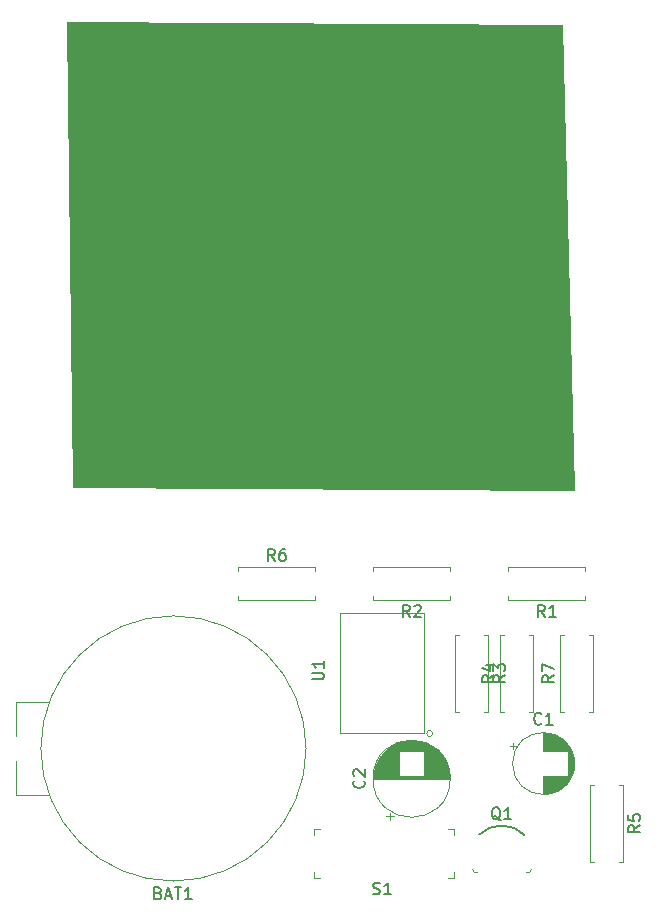
<source format=gto>
%TF.GenerationSoftware,KiCad,Pcbnew,(5.1.6)-1*%
%TF.CreationDate,2020-09-04T19:50:29+05:30*%
%TF.ProjectId,555_badge,3535355f-6261-4646-9765-2e6b69636164,v01*%
%TF.SameCoordinates,Original*%
%TF.FileFunction,Legend,Top*%
%TF.FilePolarity,Positive*%
%FSLAX46Y46*%
G04 Gerber Fmt 4.6, Leading zero omitted, Abs format (unit mm)*
G04 Created by KiCad (PCBNEW (5.1.6)-1) date 2020-09-04 19:50:29*
%MOMM*%
%LPD*%
G01*
G04 APERTURE LIST*
%ADD10C,0.100000*%
%ADD11C,0.120000*%
%ADD12C,0.150000*%
%ADD13C,0.000102*%
%ADD14C,0.000203*%
G04 APERTURE END LIST*
D10*
G36*
X175260000Y-53086000D02*
G01*
X176276000Y-92456000D01*
X133858000Y-92202000D01*
X133350000Y-52832000D01*
X175260000Y-53086000D01*
G37*
X175260000Y-53086000D02*
X176276000Y-92456000D01*
X133858000Y-92202000D01*
X133350000Y-52832000D01*
X175260000Y-53086000D01*
%TO.C,BAT1*%
X129082800Y-110388400D02*
X129082800Y-113233200D01*
X129082800Y-118211600D02*
X129082800Y-115366800D01*
X131826000Y-110388400D02*
X129082800Y-110388400D01*
X131826000Y-118211600D02*
X129082800Y-118211600D01*
X153619200Y-114300000D02*
G75*
G03*
X153619200Y-114300000I-11226800J0D01*
G01*
D11*
%TO.C,C1*%
X176340000Y-115570000D02*
G75*
G03*
X176340000Y-115570000I-2620000J0D01*
G01*
X173720000Y-116610000D02*
X173720000Y-118150000D01*
X173720000Y-112990000D02*
X173720000Y-114530000D01*
X173760000Y-116610000D02*
X173760000Y-118150000D01*
X173760000Y-112990000D02*
X173760000Y-114530000D01*
X173800000Y-112991000D02*
X173800000Y-114530000D01*
X173800000Y-116610000D02*
X173800000Y-118149000D01*
X173840000Y-112992000D02*
X173840000Y-114530000D01*
X173840000Y-116610000D02*
X173840000Y-118148000D01*
X173880000Y-112994000D02*
X173880000Y-114530000D01*
X173880000Y-116610000D02*
X173880000Y-118146000D01*
X173920000Y-112997000D02*
X173920000Y-114530000D01*
X173920000Y-116610000D02*
X173920000Y-118143000D01*
X173960000Y-113001000D02*
X173960000Y-114530000D01*
X173960000Y-116610000D02*
X173960000Y-118139000D01*
X174000000Y-113005000D02*
X174000000Y-114530000D01*
X174000000Y-116610000D02*
X174000000Y-118135000D01*
X174040000Y-113009000D02*
X174040000Y-114530000D01*
X174040000Y-116610000D02*
X174040000Y-118131000D01*
X174080000Y-113014000D02*
X174080000Y-114530000D01*
X174080000Y-116610000D02*
X174080000Y-118126000D01*
X174120000Y-113020000D02*
X174120000Y-114530000D01*
X174120000Y-116610000D02*
X174120000Y-118120000D01*
X174160000Y-113027000D02*
X174160000Y-114530000D01*
X174160000Y-116610000D02*
X174160000Y-118113000D01*
X174200000Y-113034000D02*
X174200000Y-114530000D01*
X174200000Y-116610000D02*
X174200000Y-118106000D01*
X174240000Y-113042000D02*
X174240000Y-114530000D01*
X174240000Y-116610000D02*
X174240000Y-118098000D01*
X174280000Y-113050000D02*
X174280000Y-114530000D01*
X174280000Y-116610000D02*
X174280000Y-118090000D01*
X174320000Y-113059000D02*
X174320000Y-114530000D01*
X174320000Y-116610000D02*
X174320000Y-118081000D01*
X174360000Y-113069000D02*
X174360000Y-114530000D01*
X174360000Y-116610000D02*
X174360000Y-118071000D01*
X174400000Y-113079000D02*
X174400000Y-114530000D01*
X174400000Y-116610000D02*
X174400000Y-118061000D01*
X174441000Y-113090000D02*
X174441000Y-114530000D01*
X174441000Y-116610000D02*
X174441000Y-118050000D01*
X174481000Y-113102000D02*
X174481000Y-114530000D01*
X174481000Y-116610000D02*
X174481000Y-118038000D01*
X174521000Y-113115000D02*
X174521000Y-114530000D01*
X174521000Y-116610000D02*
X174521000Y-118025000D01*
X174561000Y-113128000D02*
X174561000Y-114530000D01*
X174561000Y-116610000D02*
X174561000Y-118012000D01*
X174601000Y-113142000D02*
X174601000Y-114530000D01*
X174601000Y-116610000D02*
X174601000Y-117998000D01*
X174641000Y-113156000D02*
X174641000Y-114530000D01*
X174641000Y-116610000D02*
X174641000Y-117984000D01*
X174681000Y-113172000D02*
X174681000Y-114530000D01*
X174681000Y-116610000D02*
X174681000Y-117968000D01*
X174721000Y-113188000D02*
X174721000Y-114530000D01*
X174721000Y-116610000D02*
X174721000Y-117952000D01*
X174761000Y-113205000D02*
X174761000Y-114530000D01*
X174761000Y-116610000D02*
X174761000Y-117935000D01*
X174801000Y-113222000D02*
X174801000Y-114530000D01*
X174801000Y-116610000D02*
X174801000Y-117918000D01*
X174841000Y-113241000D02*
X174841000Y-114530000D01*
X174841000Y-116610000D02*
X174841000Y-117899000D01*
X174881000Y-113260000D02*
X174881000Y-114530000D01*
X174881000Y-116610000D02*
X174881000Y-117880000D01*
X174921000Y-113280000D02*
X174921000Y-114530000D01*
X174921000Y-116610000D02*
X174921000Y-117860000D01*
X174961000Y-113302000D02*
X174961000Y-114530000D01*
X174961000Y-116610000D02*
X174961000Y-117838000D01*
X175001000Y-113323000D02*
X175001000Y-114530000D01*
X175001000Y-116610000D02*
X175001000Y-117817000D01*
X175041000Y-113346000D02*
X175041000Y-114530000D01*
X175041000Y-116610000D02*
X175041000Y-117794000D01*
X175081000Y-113370000D02*
X175081000Y-114530000D01*
X175081000Y-116610000D02*
X175081000Y-117770000D01*
X175121000Y-113395000D02*
X175121000Y-114530000D01*
X175121000Y-116610000D02*
X175121000Y-117745000D01*
X175161000Y-113421000D02*
X175161000Y-114530000D01*
X175161000Y-116610000D02*
X175161000Y-117719000D01*
X175201000Y-113448000D02*
X175201000Y-114530000D01*
X175201000Y-116610000D02*
X175201000Y-117692000D01*
X175241000Y-113475000D02*
X175241000Y-114530000D01*
X175241000Y-116610000D02*
X175241000Y-117665000D01*
X175281000Y-113505000D02*
X175281000Y-114530000D01*
X175281000Y-116610000D02*
X175281000Y-117635000D01*
X175321000Y-113535000D02*
X175321000Y-114530000D01*
X175321000Y-116610000D02*
X175321000Y-117605000D01*
X175361000Y-113566000D02*
X175361000Y-114530000D01*
X175361000Y-116610000D02*
X175361000Y-117574000D01*
X175401000Y-113599000D02*
X175401000Y-114530000D01*
X175401000Y-116610000D02*
X175401000Y-117541000D01*
X175441000Y-113633000D02*
X175441000Y-114530000D01*
X175441000Y-116610000D02*
X175441000Y-117507000D01*
X175481000Y-113669000D02*
X175481000Y-114530000D01*
X175481000Y-116610000D02*
X175481000Y-117471000D01*
X175521000Y-113706000D02*
X175521000Y-114530000D01*
X175521000Y-116610000D02*
X175521000Y-117434000D01*
X175561000Y-113744000D02*
X175561000Y-114530000D01*
X175561000Y-116610000D02*
X175561000Y-117396000D01*
X175601000Y-113785000D02*
X175601000Y-114530000D01*
X175601000Y-116610000D02*
X175601000Y-117355000D01*
X175641000Y-113827000D02*
X175641000Y-114530000D01*
X175641000Y-116610000D02*
X175641000Y-117313000D01*
X175681000Y-113871000D02*
X175681000Y-114530000D01*
X175681000Y-116610000D02*
X175681000Y-117269000D01*
X175721000Y-113917000D02*
X175721000Y-114530000D01*
X175721000Y-116610000D02*
X175721000Y-117223000D01*
X175761000Y-113965000D02*
X175761000Y-117175000D01*
X175801000Y-114016000D02*
X175801000Y-117124000D01*
X175841000Y-114070000D02*
X175841000Y-117070000D01*
X175881000Y-114127000D02*
X175881000Y-117013000D01*
X175921000Y-114187000D02*
X175921000Y-116953000D01*
X175961000Y-114251000D02*
X175961000Y-116889000D01*
X176001000Y-114319000D02*
X176001000Y-116821000D01*
X176041000Y-114392000D02*
X176041000Y-116748000D01*
X176081000Y-114472000D02*
X176081000Y-116668000D01*
X176121000Y-114559000D02*
X176121000Y-116581000D01*
X176161000Y-114655000D02*
X176161000Y-116485000D01*
X176201000Y-114765000D02*
X176201000Y-116375000D01*
X176241000Y-114893000D02*
X176241000Y-116247000D01*
X176281000Y-115052000D02*
X176281000Y-116088000D01*
X176321000Y-115286000D02*
X176321000Y-115854000D01*
X170915225Y-114095000D02*
X171415225Y-114095000D01*
X171165225Y-113845000D02*
X171165225Y-114345000D01*
%TO.C,C2*%
X165830000Y-116860000D02*
G75*
G03*
X165830000Y-116860000I-3270000J0D01*
G01*
X159330000Y-116860000D02*
X165790000Y-116860000D01*
X159330000Y-116820000D02*
X165790000Y-116820000D01*
X159330000Y-116780000D02*
X165790000Y-116780000D01*
X159332000Y-116740000D02*
X165788000Y-116740000D01*
X159333000Y-116700000D02*
X165787000Y-116700000D01*
X159336000Y-116660000D02*
X165784000Y-116660000D01*
X159338000Y-116620000D02*
X161520000Y-116620000D01*
X163600000Y-116620000D02*
X165782000Y-116620000D01*
X159342000Y-116580000D02*
X161520000Y-116580000D01*
X163600000Y-116580000D02*
X165778000Y-116580000D01*
X159345000Y-116540000D02*
X161520000Y-116540000D01*
X163600000Y-116540000D02*
X165775000Y-116540000D01*
X159349000Y-116500000D02*
X161520000Y-116500000D01*
X163600000Y-116500000D02*
X165771000Y-116500000D01*
X159354000Y-116460000D02*
X161520000Y-116460000D01*
X163600000Y-116460000D02*
X165766000Y-116460000D01*
X159359000Y-116420000D02*
X161520000Y-116420000D01*
X163600000Y-116420000D02*
X165761000Y-116420000D01*
X159365000Y-116380000D02*
X161520000Y-116380000D01*
X163600000Y-116380000D02*
X165755000Y-116380000D01*
X159371000Y-116340000D02*
X161520000Y-116340000D01*
X163600000Y-116340000D02*
X165749000Y-116340000D01*
X159378000Y-116300000D02*
X161520000Y-116300000D01*
X163600000Y-116300000D02*
X165742000Y-116300000D01*
X159385000Y-116260000D02*
X161520000Y-116260000D01*
X163600000Y-116260000D02*
X165735000Y-116260000D01*
X159393000Y-116220000D02*
X161520000Y-116220000D01*
X163600000Y-116220000D02*
X165727000Y-116220000D01*
X159401000Y-116180000D02*
X161520000Y-116180000D01*
X163600000Y-116180000D02*
X165719000Y-116180000D01*
X159410000Y-116139000D02*
X161520000Y-116139000D01*
X163600000Y-116139000D02*
X165710000Y-116139000D01*
X159419000Y-116099000D02*
X161520000Y-116099000D01*
X163600000Y-116099000D02*
X165701000Y-116099000D01*
X159429000Y-116059000D02*
X161520000Y-116059000D01*
X163600000Y-116059000D02*
X165691000Y-116059000D01*
X159439000Y-116019000D02*
X161520000Y-116019000D01*
X163600000Y-116019000D02*
X165681000Y-116019000D01*
X159450000Y-115979000D02*
X161520000Y-115979000D01*
X163600000Y-115979000D02*
X165670000Y-115979000D01*
X159462000Y-115939000D02*
X161520000Y-115939000D01*
X163600000Y-115939000D02*
X165658000Y-115939000D01*
X159474000Y-115899000D02*
X161520000Y-115899000D01*
X163600000Y-115899000D02*
X165646000Y-115899000D01*
X159486000Y-115859000D02*
X161520000Y-115859000D01*
X163600000Y-115859000D02*
X165634000Y-115859000D01*
X159499000Y-115819000D02*
X161520000Y-115819000D01*
X163600000Y-115819000D02*
X165621000Y-115819000D01*
X159513000Y-115779000D02*
X161520000Y-115779000D01*
X163600000Y-115779000D02*
X165607000Y-115779000D01*
X159527000Y-115739000D02*
X161520000Y-115739000D01*
X163600000Y-115739000D02*
X165593000Y-115739000D01*
X159542000Y-115699000D02*
X161520000Y-115699000D01*
X163600000Y-115699000D02*
X165578000Y-115699000D01*
X159558000Y-115659000D02*
X161520000Y-115659000D01*
X163600000Y-115659000D02*
X165562000Y-115659000D01*
X159574000Y-115619000D02*
X161520000Y-115619000D01*
X163600000Y-115619000D02*
X165546000Y-115619000D01*
X159590000Y-115579000D02*
X161520000Y-115579000D01*
X163600000Y-115579000D02*
X165530000Y-115579000D01*
X159608000Y-115539000D02*
X161520000Y-115539000D01*
X163600000Y-115539000D02*
X165512000Y-115539000D01*
X159626000Y-115499000D02*
X161520000Y-115499000D01*
X163600000Y-115499000D02*
X165494000Y-115499000D01*
X159644000Y-115459000D02*
X161520000Y-115459000D01*
X163600000Y-115459000D02*
X165476000Y-115459000D01*
X159664000Y-115419000D02*
X161520000Y-115419000D01*
X163600000Y-115419000D02*
X165456000Y-115419000D01*
X159684000Y-115379000D02*
X161520000Y-115379000D01*
X163600000Y-115379000D02*
X165436000Y-115379000D01*
X159704000Y-115339000D02*
X161520000Y-115339000D01*
X163600000Y-115339000D02*
X165416000Y-115339000D01*
X159726000Y-115299000D02*
X161520000Y-115299000D01*
X163600000Y-115299000D02*
X165394000Y-115299000D01*
X159748000Y-115259000D02*
X161520000Y-115259000D01*
X163600000Y-115259000D02*
X165372000Y-115259000D01*
X159770000Y-115219000D02*
X161520000Y-115219000D01*
X163600000Y-115219000D02*
X165350000Y-115219000D01*
X159794000Y-115179000D02*
X161520000Y-115179000D01*
X163600000Y-115179000D02*
X165326000Y-115179000D01*
X159818000Y-115139000D02*
X161520000Y-115139000D01*
X163600000Y-115139000D02*
X165302000Y-115139000D01*
X159844000Y-115099000D02*
X161520000Y-115099000D01*
X163600000Y-115099000D02*
X165276000Y-115099000D01*
X159870000Y-115059000D02*
X161520000Y-115059000D01*
X163600000Y-115059000D02*
X165250000Y-115059000D01*
X159896000Y-115019000D02*
X161520000Y-115019000D01*
X163600000Y-115019000D02*
X165224000Y-115019000D01*
X159924000Y-114979000D02*
X161520000Y-114979000D01*
X163600000Y-114979000D02*
X165196000Y-114979000D01*
X159953000Y-114939000D02*
X161520000Y-114939000D01*
X163600000Y-114939000D02*
X165167000Y-114939000D01*
X159982000Y-114899000D02*
X161520000Y-114899000D01*
X163600000Y-114899000D02*
X165138000Y-114899000D01*
X160012000Y-114859000D02*
X161520000Y-114859000D01*
X163600000Y-114859000D02*
X165108000Y-114859000D01*
X160044000Y-114819000D02*
X161520000Y-114819000D01*
X163600000Y-114819000D02*
X165076000Y-114819000D01*
X160076000Y-114779000D02*
X161520000Y-114779000D01*
X163600000Y-114779000D02*
X165044000Y-114779000D01*
X160110000Y-114739000D02*
X161520000Y-114739000D01*
X163600000Y-114739000D02*
X165010000Y-114739000D01*
X160144000Y-114699000D02*
X161520000Y-114699000D01*
X163600000Y-114699000D02*
X164976000Y-114699000D01*
X160180000Y-114659000D02*
X161520000Y-114659000D01*
X163600000Y-114659000D02*
X164940000Y-114659000D01*
X160217000Y-114619000D02*
X161520000Y-114619000D01*
X163600000Y-114619000D02*
X164903000Y-114619000D01*
X160255000Y-114579000D02*
X161520000Y-114579000D01*
X163600000Y-114579000D02*
X164865000Y-114579000D01*
X160295000Y-114539000D02*
X164825000Y-114539000D01*
X160336000Y-114499000D02*
X164784000Y-114499000D01*
X160378000Y-114459000D02*
X164742000Y-114459000D01*
X160423000Y-114419000D02*
X164697000Y-114419000D01*
X160468000Y-114379000D02*
X164652000Y-114379000D01*
X160516000Y-114339000D02*
X164604000Y-114339000D01*
X160565000Y-114299000D02*
X164555000Y-114299000D01*
X160616000Y-114259000D02*
X164504000Y-114259000D01*
X160670000Y-114219000D02*
X164450000Y-114219000D01*
X160726000Y-114179000D02*
X164394000Y-114179000D01*
X160784000Y-114139000D02*
X164336000Y-114139000D01*
X160846000Y-114099000D02*
X164274000Y-114099000D01*
X160910000Y-114059000D02*
X164210000Y-114059000D01*
X160979000Y-114019000D02*
X164141000Y-114019000D01*
X161051000Y-113979000D02*
X164069000Y-113979000D01*
X161128000Y-113939000D02*
X163992000Y-113939000D01*
X161210000Y-113899000D02*
X163910000Y-113899000D01*
X161298000Y-113859000D02*
X163822000Y-113859000D01*
X161395000Y-113819000D02*
X163725000Y-113819000D01*
X161501000Y-113779000D02*
X163619000Y-113779000D01*
X161620000Y-113739000D02*
X163500000Y-113739000D01*
X161758000Y-113699000D02*
X163362000Y-113699000D01*
X161927000Y-113659000D02*
X163193000Y-113659000D01*
X162158000Y-113619000D02*
X162962000Y-113619000D01*
X160721000Y-120360241D02*
X160721000Y-119730241D01*
X160406000Y-120045241D02*
X161036000Y-120045241D01*
D10*
%TO.C,D1*%
X142160000Y-64440000D02*
X142410000Y-64440000D01*
X144860000Y-64440000D02*
X144610000Y-64440000D01*
X145360000Y-67040000D02*
G75*
G02*
X144510000Y-67890000I-1850000J1000000D01*
G01*
X142510000Y-67890000D02*
G75*
G02*
X141660000Y-67040000I1000000J1850000D01*
G01*
X144866147Y-64432715D02*
G75*
G02*
X145360000Y-65040000I-1356147J-1607285D01*
G01*
X141668385Y-65044533D02*
G75*
G02*
X142160000Y-64440000I1841615J-995467D01*
G01*
%TO.C,D2*%
X166450000Y-64440000D02*
X166200000Y-64440000D01*
X163750000Y-64440000D02*
X164000000Y-64440000D01*
X163258385Y-65044533D02*
G75*
G02*
X163750000Y-64440000I1841615J-995467D01*
G01*
X166456147Y-64432715D02*
G75*
G02*
X166950000Y-65040000I-1356147J-1607285D01*
G01*
X164100000Y-67890000D02*
G75*
G02*
X163250000Y-67040000I1000000J1850000D01*
G01*
X166950000Y-67040000D02*
G75*
G02*
X166100000Y-67890000I-1850000J1000000D01*
G01*
%TO.C,Q1*%
X172530000Y-124790000D02*
X172680000Y-124490000D01*
X172530000Y-124790000D02*
X172230000Y-124790000D01*
X168130000Y-124790000D02*
X167830000Y-124790000D01*
X167830000Y-124790000D02*
X167680000Y-124490000D01*
D12*
X172130000Y-121640000D02*
G75*
G03*
X168280000Y-121590000I-1950000J-1900000D01*
G01*
D11*
%TO.C,R1*%
X177260000Y-101370000D02*
X177260000Y-101700000D01*
X177260000Y-101700000D02*
X170720000Y-101700000D01*
X170720000Y-101700000D02*
X170720000Y-101370000D01*
X177260000Y-99290000D02*
X177260000Y-98960000D01*
X177260000Y-98960000D02*
X170720000Y-98960000D01*
X170720000Y-98960000D02*
X170720000Y-99290000D01*
%TO.C,R2*%
X159290000Y-98960000D02*
X159290000Y-99290000D01*
X165830000Y-98960000D02*
X159290000Y-98960000D01*
X165830000Y-99290000D02*
X165830000Y-98960000D01*
X159290000Y-101700000D02*
X159290000Y-101370000D01*
X165830000Y-101700000D02*
X159290000Y-101700000D01*
X165830000Y-101370000D02*
X165830000Y-101700000D01*
%TO.C,R3*%
X166270000Y-111220000D02*
X166600000Y-111220000D01*
X166270000Y-104680000D02*
X166270000Y-111220000D01*
X166600000Y-104680000D02*
X166270000Y-104680000D01*
X169010000Y-111220000D02*
X168680000Y-111220000D01*
X169010000Y-104680000D02*
X169010000Y-111220000D01*
X168680000Y-104680000D02*
X169010000Y-104680000D01*
%TO.C,R4*%
X170410000Y-111220000D02*
X170080000Y-111220000D01*
X170080000Y-111220000D02*
X170080000Y-104680000D01*
X170080000Y-104680000D02*
X170410000Y-104680000D01*
X172490000Y-111220000D02*
X172820000Y-111220000D01*
X172820000Y-111220000D02*
X172820000Y-104680000D01*
X172820000Y-104680000D02*
X172490000Y-104680000D01*
%TO.C,R5*%
X180110000Y-117380000D02*
X180440000Y-117380000D01*
X180440000Y-117380000D02*
X180440000Y-123920000D01*
X180440000Y-123920000D02*
X180110000Y-123920000D01*
X178030000Y-117380000D02*
X177700000Y-117380000D01*
X177700000Y-117380000D02*
X177700000Y-123920000D01*
X177700000Y-123920000D02*
X178030000Y-123920000D01*
%TO.C,R6*%
X154400000Y-101700000D02*
X154400000Y-101370000D01*
X147860000Y-101700000D02*
X154400000Y-101700000D01*
X147860000Y-101370000D02*
X147860000Y-101700000D01*
X154400000Y-98960000D02*
X154400000Y-99290000D01*
X147860000Y-98960000D02*
X154400000Y-98960000D01*
X147860000Y-99290000D02*
X147860000Y-98960000D01*
%TO.C,R7*%
X175490000Y-111220000D02*
X175160000Y-111220000D01*
X175160000Y-111220000D02*
X175160000Y-104680000D01*
X175160000Y-104680000D02*
X175490000Y-104680000D01*
X177570000Y-111220000D02*
X177900000Y-111220000D01*
X177900000Y-111220000D02*
X177900000Y-104680000D01*
X177900000Y-104680000D02*
X177570000Y-104680000D01*
D10*
%TO.C,S1*%
X154260000Y-121090000D02*
X154760000Y-121090000D01*
X154260000Y-121090000D02*
X154260000Y-121590000D01*
X166160000Y-121090000D02*
X165660000Y-121090000D01*
X166160000Y-121090000D02*
X166160000Y-121590000D01*
X166160000Y-125290000D02*
X165660000Y-125290000D01*
X166160000Y-125290000D02*
X166160000Y-124790000D01*
X154260000Y-125290000D02*
X154260000Y-124790000D01*
X154260000Y-125290000D02*
X154760000Y-125290000D01*
D13*
%TO.C,U1*%
X163576000Y-113030000D02*
X156464000Y-113030000D01*
D14*
X163576000Y-113030000D02*
X156464000Y-113030000D01*
X156464000Y-102870000D02*
X163576000Y-102870000D01*
X163576000Y-102870000D02*
X163576000Y-113030000D01*
X156464000Y-113030000D02*
X156464000Y-102870000D01*
D11*
X164338000Y-113030000D02*
G75*
G03*
X164338000Y-113030000I-254000J0D01*
G01*
%TO.C,BAT1*%
D12*
X141117154Y-126534871D02*
X141260011Y-126582490D01*
X141307630Y-126630109D01*
X141355249Y-126725347D01*
X141355249Y-126868204D01*
X141307630Y-126963442D01*
X141260011Y-127011061D01*
X141164773Y-127058680D01*
X140783820Y-127058680D01*
X140783820Y-126058680D01*
X141117154Y-126058680D01*
X141212392Y-126106300D01*
X141260011Y-126153919D01*
X141307630Y-126249157D01*
X141307630Y-126344395D01*
X141260011Y-126439633D01*
X141212392Y-126487252D01*
X141117154Y-126534871D01*
X140783820Y-126534871D01*
X141736201Y-126772966D02*
X142212392Y-126772966D01*
X141640963Y-127058680D02*
X141974297Y-126058680D01*
X142307630Y-127058680D01*
X142498106Y-126058680D02*
X143069535Y-126058680D01*
X142783820Y-127058680D02*
X142783820Y-126058680D01*
X143926678Y-127058680D02*
X143355249Y-127058680D01*
X143640963Y-127058680D02*
X143640963Y-126058680D01*
X143545725Y-126201538D01*
X143450487Y-126296776D01*
X143355249Y-126344395D01*
%TO.C,C1*%
X173553333Y-112177142D02*
X173505714Y-112224761D01*
X173362857Y-112272380D01*
X173267619Y-112272380D01*
X173124761Y-112224761D01*
X173029523Y-112129523D01*
X172981904Y-112034285D01*
X172934285Y-111843809D01*
X172934285Y-111700952D01*
X172981904Y-111510476D01*
X173029523Y-111415238D01*
X173124761Y-111320000D01*
X173267619Y-111272380D01*
X173362857Y-111272380D01*
X173505714Y-111320000D01*
X173553333Y-111367619D01*
X174505714Y-112272380D02*
X173934285Y-112272380D01*
X174220000Y-112272380D02*
X174220000Y-111272380D01*
X174124761Y-111415238D01*
X174029523Y-111510476D01*
X173934285Y-111558095D01*
%TO.C,C2*%
X158517142Y-117026666D02*
X158564761Y-117074285D01*
X158612380Y-117217142D01*
X158612380Y-117312380D01*
X158564761Y-117455238D01*
X158469523Y-117550476D01*
X158374285Y-117598095D01*
X158183809Y-117645714D01*
X158040952Y-117645714D01*
X157850476Y-117598095D01*
X157755238Y-117550476D01*
X157660000Y-117455238D01*
X157612380Y-117312380D01*
X157612380Y-117217142D01*
X157660000Y-117074285D01*
X157707619Y-117026666D01*
X157707619Y-116645714D02*
X157660000Y-116598095D01*
X157612380Y-116502857D01*
X157612380Y-116264761D01*
X157660000Y-116169523D01*
X157707619Y-116121904D01*
X157802857Y-116074285D01*
X157898095Y-116074285D01*
X158040952Y-116121904D01*
X158612380Y-116693333D01*
X158612380Y-116074285D01*
%TO.C,D1*%
X138882380Y-65508095D02*
X137882380Y-65508095D01*
X137882380Y-65270000D01*
X137930000Y-65127142D01*
X138025238Y-65031904D01*
X138120476Y-64984285D01*
X138310952Y-64936666D01*
X138453809Y-64936666D01*
X138644285Y-64984285D01*
X138739523Y-65031904D01*
X138834761Y-65127142D01*
X138882380Y-65270000D01*
X138882380Y-65508095D01*
X138882380Y-63984285D02*
X138882380Y-64555714D01*
X138882380Y-64270000D02*
X137882380Y-64270000D01*
X138025238Y-64365238D01*
X138120476Y-64460476D01*
X138168095Y-64555714D01*
%TO.C,D2*%
X160472380Y-65508095D02*
X159472380Y-65508095D01*
X159472380Y-65270000D01*
X159520000Y-65127142D01*
X159615238Y-65031904D01*
X159710476Y-64984285D01*
X159900952Y-64936666D01*
X160043809Y-64936666D01*
X160234285Y-64984285D01*
X160329523Y-65031904D01*
X160424761Y-65127142D01*
X160472380Y-65270000D01*
X160472380Y-65508095D01*
X159567619Y-64555714D02*
X159520000Y-64508095D01*
X159472380Y-64412857D01*
X159472380Y-64174761D01*
X159520000Y-64079523D01*
X159567619Y-64031904D01*
X159662857Y-63984285D01*
X159758095Y-63984285D01*
X159900952Y-64031904D01*
X160472380Y-64603333D01*
X160472380Y-63984285D01*
%TO.C,Q1*%
X170084761Y-120387619D02*
X169989523Y-120340000D01*
X169894285Y-120244761D01*
X169751428Y-120101904D01*
X169656190Y-120054285D01*
X169560952Y-120054285D01*
X169608571Y-120292380D02*
X169513333Y-120244761D01*
X169418095Y-120149523D01*
X169370476Y-119959047D01*
X169370476Y-119625714D01*
X169418095Y-119435238D01*
X169513333Y-119340000D01*
X169608571Y-119292380D01*
X169799047Y-119292380D01*
X169894285Y-119340000D01*
X169989523Y-119435238D01*
X170037142Y-119625714D01*
X170037142Y-119959047D01*
X169989523Y-120149523D01*
X169894285Y-120244761D01*
X169799047Y-120292380D01*
X169608571Y-120292380D01*
X170989523Y-120292380D02*
X170418095Y-120292380D01*
X170703809Y-120292380D02*
X170703809Y-119292380D01*
X170608571Y-119435238D01*
X170513333Y-119530476D01*
X170418095Y-119578095D01*
%TO.C,R1*%
X173823333Y-103152380D02*
X173490000Y-102676190D01*
X173251904Y-103152380D02*
X173251904Y-102152380D01*
X173632857Y-102152380D01*
X173728095Y-102200000D01*
X173775714Y-102247619D01*
X173823333Y-102342857D01*
X173823333Y-102485714D01*
X173775714Y-102580952D01*
X173728095Y-102628571D01*
X173632857Y-102676190D01*
X173251904Y-102676190D01*
X174775714Y-103152380D02*
X174204285Y-103152380D01*
X174490000Y-103152380D02*
X174490000Y-102152380D01*
X174394761Y-102295238D01*
X174299523Y-102390476D01*
X174204285Y-102438095D01*
%TO.C,R2*%
X162393333Y-103152380D02*
X162060000Y-102676190D01*
X161821904Y-103152380D02*
X161821904Y-102152380D01*
X162202857Y-102152380D01*
X162298095Y-102200000D01*
X162345714Y-102247619D01*
X162393333Y-102342857D01*
X162393333Y-102485714D01*
X162345714Y-102580952D01*
X162298095Y-102628571D01*
X162202857Y-102676190D01*
X161821904Y-102676190D01*
X162774285Y-102247619D02*
X162821904Y-102200000D01*
X162917142Y-102152380D01*
X163155238Y-102152380D01*
X163250476Y-102200000D01*
X163298095Y-102247619D01*
X163345714Y-102342857D01*
X163345714Y-102438095D01*
X163298095Y-102580952D01*
X162726666Y-103152380D01*
X163345714Y-103152380D01*
%TO.C,R3*%
X170462380Y-108116666D02*
X169986190Y-108450000D01*
X170462380Y-108688095D02*
X169462380Y-108688095D01*
X169462380Y-108307142D01*
X169510000Y-108211904D01*
X169557619Y-108164285D01*
X169652857Y-108116666D01*
X169795714Y-108116666D01*
X169890952Y-108164285D01*
X169938571Y-108211904D01*
X169986190Y-108307142D01*
X169986190Y-108688095D01*
X169462380Y-107783333D02*
X169462380Y-107164285D01*
X169843333Y-107497619D01*
X169843333Y-107354761D01*
X169890952Y-107259523D01*
X169938571Y-107211904D01*
X170033809Y-107164285D01*
X170271904Y-107164285D01*
X170367142Y-107211904D01*
X170414761Y-107259523D01*
X170462380Y-107354761D01*
X170462380Y-107640476D01*
X170414761Y-107735714D01*
X170367142Y-107783333D01*
%TO.C,R4*%
X169532380Y-108116666D02*
X169056190Y-108450000D01*
X169532380Y-108688095D02*
X168532380Y-108688095D01*
X168532380Y-108307142D01*
X168580000Y-108211904D01*
X168627619Y-108164285D01*
X168722857Y-108116666D01*
X168865714Y-108116666D01*
X168960952Y-108164285D01*
X169008571Y-108211904D01*
X169056190Y-108307142D01*
X169056190Y-108688095D01*
X168865714Y-107259523D02*
X169532380Y-107259523D01*
X168484761Y-107497619D02*
X169199047Y-107735714D01*
X169199047Y-107116666D01*
%TO.C,R5*%
X181892380Y-120816666D02*
X181416190Y-121150000D01*
X181892380Y-121388095D02*
X180892380Y-121388095D01*
X180892380Y-121007142D01*
X180940000Y-120911904D01*
X180987619Y-120864285D01*
X181082857Y-120816666D01*
X181225714Y-120816666D01*
X181320952Y-120864285D01*
X181368571Y-120911904D01*
X181416190Y-121007142D01*
X181416190Y-121388095D01*
X180892380Y-119911904D02*
X180892380Y-120388095D01*
X181368571Y-120435714D01*
X181320952Y-120388095D01*
X181273333Y-120292857D01*
X181273333Y-120054761D01*
X181320952Y-119959523D01*
X181368571Y-119911904D01*
X181463809Y-119864285D01*
X181701904Y-119864285D01*
X181797142Y-119911904D01*
X181844761Y-119959523D01*
X181892380Y-120054761D01*
X181892380Y-120292857D01*
X181844761Y-120388095D01*
X181797142Y-120435714D01*
%TO.C,R6*%
X150963333Y-98412380D02*
X150630000Y-97936190D01*
X150391904Y-98412380D02*
X150391904Y-97412380D01*
X150772857Y-97412380D01*
X150868095Y-97460000D01*
X150915714Y-97507619D01*
X150963333Y-97602857D01*
X150963333Y-97745714D01*
X150915714Y-97840952D01*
X150868095Y-97888571D01*
X150772857Y-97936190D01*
X150391904Y-97936190D01*
X151820476Y-97412380D02*
X151630000Y-97412380D01*
X151534761Y-97460000D01*
X151487142Y-97507619D01*
X151391904Y-97650476D01*
X151344285Y-97840952D01*
X151344285Y-98221904D01*
X151391904Y-98317142D01*
X151439523Y-98364761D01*
X151534761Y-98412380D01*
X151725238Y-98412380D01*
X151820476Y-98364761D01*
X151868095Y-98317142D01*
X151915714Y-98221904D01*
X151915714Y-97983809D01*
X151868095Y-97888571D01*
X151820476Y-97840952D01*
X151725238Y-97793333D01*
X151534761Y-97793333D01*
X151439523Y-97840952D01*
X151391904Y-97888571D01*
X151344285Y-97983809D01*
%TO.C,R7*%
X174612380Y-108116666D02*
X174136190Y-108450000D01*
X174612380Y-108688095D02*
X173612380Y-108688095D01*
X173612380Y-108307142D01*
X173660000Y-108211904D01*
X173707619Y-108164285D01*
X173802857Y-108116666D01*
X173945714Y-108116666D01*
X174040952Y-108164285D01*
X174088571Y-108211904D01*
X174136190Y-108307142D01*
X174136190Y-108688095D01*
X173612380Y-107783333D02*
X173612380Y-107116666D01*
X174612380Y-107545238D01*
%TO.C,S1*%
X159308095Y-126614761D02*
X159450952Y-126662380D01*
X159689047Y-126662380D01*
X159784285Y-126614761D01*
X159831904Y-126567142D01*
X159879523Y-126471904D01*
X159879523Y-126376666D01*
X159831904Y-126281428D01*
X159784285Y-126233809D01*
X159689047Y-126186190D01*
X159498571Y-126138571D01*
X159403333Y-126090952D01*
X159355714Y-126043333D01*
X159308095Y-125948095D01*
X159308095Y-125852857D01*
X159355714Y-125757619D01*
X159403333Y-125710000D01*
X159498571Y-125662380D01*
X159736666Y-125662380D01*
X159879523Y-125710000D01*
X160831904Y-126662380D02*
X160260476Y-126662380D01*
X160546190Y-126662380D02*
X160546190Y-125662380D01*
X160450952Y-125805238D01*
X160355714Y-125900476D01*
X160260476Y-125948095D01*
%TO.C,U1*%
X154138380Y-108457904D02*
X154947904Y-108457904D01*
X155043142Y-108410285D01*
X155090761Y-108362666D01*
X155138380Y-108267428D01*
X155138380Y-108076952D01*
X155090761Y-107981714D01*
X155043142Y-107934095D01*
X154947904Y-107886476D01*
X154138380Y-107886476D01*
X155138380Y-106886476D02*
X155138380Y-107457904D01*
X155138380Y-107172190D02*
X154138380Y-107172190D01*
X154281238Y-107267428D01*
X154376476Y-107362666D01*
X154424095Y-107457904D01*
%TD*%
M02*

</source>
